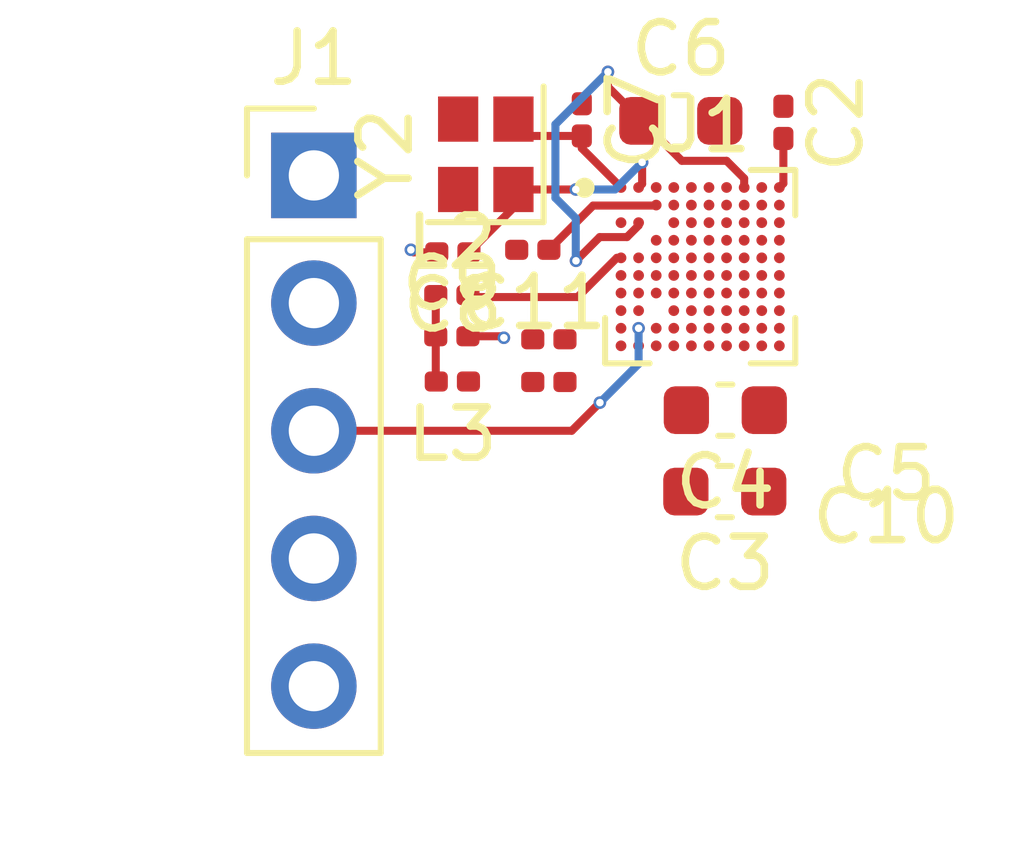
<source format=kicad_pcb>
(kicad_pcb (version 20240108) (generator "pcbnew") (generator_version "8.0")
  (layers (0 "F.Cu" signal) (31 "B.Cu" signal) (34 "B.Paste" user) (35 "F.Paste" user) (36 "B.SilkS" user "B.Silkscreen") (37 "F.SilkS" user "F.Silkscreen") (38 "B.Mask" user) (39 "F.Mask" user) (44 "Edge.Cuts" user))
  (net 0 "")
  (net 1 "Net-(U2-DEC1)")
  (net 2 "GND")
  (net 3 "VDD nRF")
  (net 4 "Net-(U2-DEC4)")
  (net 5 "Net-(U2-XC1)")
  (net 6 "Net-(U2-XC2)")
  (net 7 "Net-(C9-Pad1)")
  (net 8 "Net-(J1-Pin_2)")
  (net 9 "Net-(J1-Pin_3)")
  (net 10 "Net-(J1-Pin_1)")
  (net 11 "Net-(U2-ANT)")
  (net 12 "RF")
  (footprint "Capacitor_SMD:C_0603_1608Metric" (layer "F.Cu") (at 145.975 89.81 180)
    (property "Reference" "C3" (at 0 -1.43 360) (layer "F.SilkS"))
    (property "Value" "4.7uF")
    (fp_line (start -0.14058 0.51) (end 0.14058 0.51) (stroke (width 0.12)) (layer "F.SilkS"))
    (fp_line (start -0.14058 -0.51) (end 0.14058 -0.51) (stroke (width 0.12)) (layer "F.SilkS"))
    (pad "1" smd roundrect (at -0.775 0 180) (size 0.9 0.95) (layers "F.Cu" "F.Paste" "F.Mask") (net 3 "VDD nRF"))
    (pad "2" smd roundrect (at 0.775 0 180) (size 0.9 0.95) (layers "F.Cu" "F.Paste" "F.Mask") (net 2 "GND"))
  )
  (footprint "Capacitor_SMD:C_0201_0603Metric" (layer "F.Cu") (at 142.475 86.78 180)
    (property "Reference" "C10" (at -6.71 -3.53 180) (layer "F.SilkS"))
    (property "Value" "100nF")
    (pad "1" smd roundrect (at -0.32 0 180) (size 0.46 0.4) (layers "F.Cu" "F.Mask") (net 3 "VDD nRF"))
    (pad "2" smd roundrect (at 0.32 0 180) (size 0.46 0.4) (layers "F.Cu" "F.Mask") (net 2 "GND"))
  )
  (footprint "Capacitor_SMD:C_0201_0603Metric" (layer "F.Cu") (at 140.545 86.72)
    (property "Reference" "C9" (at 0 -1.05 0) (layer "F.SilkS"))
    (property "Value" "1.0pF")
    (pad "1" smd roundrect (at -0.32 0) (size 0.46 0.4) (layers "F.Cu" "F.Mask") (net 7 "Net-(C9-Pad1)"))
    (pad "2" smd roundrect (at 0.32 0) (size 0.46 0.4) (layers "F.Cu" "F.Mask") (net 2 "GND"))
  )
  (footprint "Crystal:Crystal_SMD_2016-4Pin_2.0x1.6mm" (layer "F.Cu") (at 141.22 83.1 90)
    (property "Reference" "Y2" (at 0 -2 90) (layer "F.SilkS"))
    (property "Value" "32MHz")
    (fp_line (start -1.35 -1.15) (end -1.35 1.15) (stroke (width 0.12)) (layer "F.SilkS"))
    (fp_line (start -1.35 1.15) (end 1.35 1.15) (stroke (width 0.12)) (layer "F.SilkS"))
    (pad "1" smd rect (at -0.7 0.55 90) (size 0.9 0.8) (layers "F.Cu" "F.Paste" "F.Mask") (net 6 "Net-(U2-XC2)"))
    (pad "2" smd rect (at 0.7 0.55 90) (size 0.9 0.8) (layers "F.Cu" "F.Paste" "F.Mask") (net 5 "Net-(U2-XC1)"))
    (pad "3" smd rect (at 0.7 -0.55 90) (size 0.9 0.8) (layers "F.Cu" "F.Paste" "F.Mask"))
    (pad "4" smd rect (at -0.7 -0.55 90) (size 0.9 0.8) (layers "F.Cu" "F.Paste" "F.Mask"))
  )
  (footprint "Capacitor_SMD:C_0201_0603Metric" (layer "F.Cu") (at 147.14 82.465 -90)
    (property "Reference" "C2" (at 0 -1.05 90) (layer "F.SilkS"))
    (property "Value" "100nF")
    (pad "1" smd roundrect (at -0.32 0 270) (size 0.46 0.4) (layers "F.Cu" "F.Mask") (net 2 "GND"))
    (pad "2" smd roundrect (at 0.32 0 270) (size 0.46 0.4) (layers "F.Cu" "F.Mask") (net 1 "Net-(U2-DEC1)"))
  )
  (footprint "Capacitor_SMD:C_0603_1608Metric" (layer "F.Cu") (at 145.985 88.19 180)
    (property "Reference" "C4" (at 0 -1.43 360) (layer "F.SilkS"))
    (property "Value" "1.0uF")
    (fp_line (start -0.14058 0.51) (end 0.14058 0.51) (stroke (width 0.12)) (layer "F.SilkS"))
    (fp_line (start -0.14058 -0.51) (end 0.14058 -0.51) (stroke (width 0.12)) (layer "F.SilkS"))
    (pad "1" smd roundrect (at -0.775 0 180) (size 0.9 0.95) (layers "F.Cu" "F.Paste" "F.Mask") (net 3 "VDD nRF"))
    (pad "2" smd roundrect (at 0.775 0 180) (size 0.9 0.95) (layers "F.Cu" "F.Paste" "F.Mask") (net 2 "GND"))
  )
  (footprint "Inductor_SMD:L_0201_0603Metric" (layer "F.Cu") (at 140.545 85.9)
    (property "Reference" "L2" (at 0 -1.05 0) (layer "F.SilkS"))
    (property "Value" "3.9nH")
    (pad "1" smd roundrect (at -0.32 0) (size 0.46 0.4) (layers "F.Cu" "F.Mask") (net 7 "Net-(C9-Pad1)"))
    (pad "2" smd roundrect (at 0.32 0) (size 0.46 0.4) (layers "F.Cu" "F.Mask") (net 11 "Net-(U2-ANT)"))
  )
  (footprint "Capacitor_SMD:C_0201_0603Metric" (layer "F.Cu") (at 142.155 85 180)
    (property "Reference" "C11" (at 0 -1.05 360) (layer "F.SilkS"))
    (property "Value" "100nF")
    (pad "1" smd roundrect (at -0.32 0 180) (size 0.46 0.4) (layers "F.Cu" "F.Mask") (net 3 "VDD nRF"))
    (pad "2" smd roundrect (at 0.32 0 180) (size 0.46 0.4) (layers "F.Cu" "F.Mask") (net 2 "GND"))
  )
  (footprint "Connector_PinHeader_2.54mm:PinHeader_1x05_P2.54mm_Vertical" (layer "F.Cu") (at 137.8 83.52)
    (property "Reference" "J1" (at 0 -2.33 0) (layer "F.SilkS"))
    (property "Value" "Conn_01x05_Pin")
    (fp_line (start -1.33 -1.33) (end 0 -1.33) (stroke (width 0.12)) (layer "F.SilkS"))
    (fp_line (start -1.33 0) (end -1.33 -1.33) (stroke (width 0.12)) (layer "F.SilkS"))
    (fp_line (start -1.33 1.27) (end -1.33 11.49) (stroke (width 0.12)) (layer "F.SilkS"))
    (fp_line (start -1.33 1.27) (end 1.33 1.27) (stroke (width 0.12)) (layer "F.SilkS"))
    (fp_line (start -1.33 11.49) (end 1.33 11.49) (stroke (width 0.12)) (layer "F.SilkS"))
    (fp_line (start 1.33 1.27) (end 1.33 11.49) (stroke (width 0.12)) (layer "F.SilkS"))
    (pad "1" thru_hole rect (at 0 0) (size 1.7 1.7) (drill 1) (layers "*.Cu" "*.Mask") (net 10 "Net-(J1-Pin_1)"))
    (pad "2" thru_hole oval (at 0 2.54) (size 1.7 1.7) (drill 1) (layers "*.Cu" "*.Mask") (net 8 "Net-(J1-Pin_2)"))
    (pad "3" thru_hole oval (at 0 5.08) (size 1.7 1.7) (drill 1) (layers "*.Cu" "*.Mask") (net 9 "Net-(J1-Pin_3)"))
    (pad "4" thru_hole oval (at 0 7.62) (size 1.7 1.7) (drill 1) (layers "*.Cu" "*.Mask") (net 3 "VDD nRF"))
    (pad "5" thru_hole oval (at 0 10.16) (size 1.7 1.7) (drill 1) (layers "*.Cu" "*.Mask") (net 2 "GND"))
  )
  (footprint "Capacitor_SMD:C_0201_0603Metric" (layer "F.Cu") (at 140.565 85.05 180)
    (property "Reference" "C8" (at 0 -1.05 360) (layer "F.SilkS"))
    (property "Value" "12pF")
    (pad "1" smd roundrect (at -0.32 0 180) (size 0.46 0.4) (layers "F.Cu" "F.Mask") (net 6 "Net-(U2-XC2)"))
    (pad "2" smd roundrect (at 0.32 0 180) (size 0.46 0.4) (layers "F.Cu" "F.Mask") (net 2 "GND"))
  )
  (footprint "Capacitor_SMD:C_0603_1608Metric" (layer "F.Cu") (at 145.1 82.435)
    (property "Reference" "C6" (at 0 -1.43 360) (layer "F.SilkS"))
    (property "Value" "1.0uF")
    (fp_line (start -0.14058 -0.51) (end 0.14058 -0.51) (stroke (width 0.12)) (layer "F.SilkS"))
    (fp_line (start -0.14058 0.51) (end 0.14058 0.51) (stroke (width 0.12)) (layer "F.SilkS"))
    (pad "1" smd roundrect (at -0.775 0) (size 0.9 0.95) (layers "F.Cu" "F.Paste" "F.Mask") (net 4 "Net-(U2-DEC4)"))
    (pad "2" smd roundrect (at 0.775 0) (size 0.9 0.95) (layers "F.Cu" "F.Paste" "F.Mask") (net 2 "GND"))
  )
  (footprint "nordic-lib-kicad-nrf52:BGA-94_10x10_3.544x3.607mm" (layer "F.Cu") (at 145.485 85.335)
    (property "Reference" "U1" (at 0 -2.8035 0) (layer "F.SilkS"))
    (property "Value" "nRF52840-CKXX")
    (fp_line (start -1.892 1.9235) (end -1.892 1.02175) (stroke (width 0.12)) (layer "F.SilkS"))
    (fp_line (start -1.006 1.9235) (end -1.892 1.9235) (stroke (width 0.12)) (layer "F.SilkS"))
    (fp_line (start 1.006 -1.9235) (end 1.892 -1.9235) (stroke (width 0.12)) (layer "F.SilkS"))
    (fp_line (start 1.006 1.9235) (end 1.892 1.9235) (stroke (width 0.12)) (layer "F.SilkS"))
    (fp_line (start 1.892 -1.9235) (end 1.892 -1.02175) (stroke (width 0.12)) (layer "F.SilkS"))
    (fp_line (start 1.892 1.9235) (end 1.892 1.02175) (stroke (width 0.12)) (layer "F.SilkS"))
    (fp_circle (center -2.3 -1.57) (end -2.3 -1.47) (stroke (width 0.2)) (fill none) (layer "F.SilkS"))
    (pad "A1" smd circle (at -1.575 -1.575) (size 0.214 0.214) (layers "F.Cu" "F.Paste" "F.Mask") (net 5 "Net-(U2-XC1)"))
    (pad "A2" smd circle (at -1.225 -1.575) (size 0.214 0.214) (layers "F.Cu" "F.Paste" "F.Mask") (net 6 "Net-(U2-XC2)"))
    (pad "A3" smd circle (at -0.875 -1.575) (size 0.214 0.214) (layers "F.Cu" "F.Paste" "F.Mask"))
    (pad "A4" smd circle (at -0.525 -1.575) (size 0.214 0.214) (layers "F.Cu" "F.Paste" "F.Mask"))
    (pad "A5" smd circle (at -0.175 -1.575) (size 0.214 0.214) (layers "F.Cu" "F.Paste" "F.Mask"))
    (pad "A6" smd circle (at 0.175 -1.575) (size 0.214 0.214) (layers "F.Cu" "F.Paste" "F.Mask"))
    (pad "A7" smd circle (at 0.525 -1.575) (size 0.214 0.214) (layers "F.Cu" "F.Paste" "F.Mask"))
    (pad "A8" smd circle (at 0.875 -1.575) (size 0.214 0.214) (layers "F.Cu" "F.Paste" "F.Mask") (net 4 "Net-(U2-DEC4)"))
    (pad "A9" smd circle (at 1.225 -1.575) (size 0.214 0.214) (layers "F.Cu" "F.Paste" "F.Mask"))
    (pad "A10" smd circle (at 1.575 -1.575) (size 0.214 0.214) (layers "F.Cu" "F.Paste" "F.Mask") (net 1 "Net-(U2-DEC1)"))
    (pad "B3" smd circle (at -0.875 -1.225) (size 0.214 0.214) (layers "F.Cu" "F.Paste" "F.Mask") (net 3 "VDD nRF"))
    (pad "B4" smd circle (at -0.525 -1.225) (size 0.214 0.214) (layers "F.Cu" "F.Paste" "F.Mask"))
    (pad "B5" smd circle (at -0.175 -1.225) (size 0.214 0.214) (layers "F.Cu" "F.Paste" "F.Mask"))
    (pad "B6" smd circle (at 0.175 -1.225) (size 0.214 0.214) (layers "F.Cu" "F.Paste" "F.Mask"))
    (pad "B7" smd circle (at 0.525 -1.225) (size 0.214 0.214) (layers "F.Cu" "F.Paste" "F.Mask") (net 2 "GND"))
    (pad "B8" smd circle (at 0.875 -1.225) (size 0.214 0.214) (layers "F.Cu" "F.Paste" "F.Mask") (net 3 "VDD nRF"))
    (pad "B9" smd circle (at 1.225 -1.225) (size 0.214 0.214) (layers "F.Cu" "F.Paste" "F.Mask"))
    (pad "B10" smd circle (at 1.575 -1.225) (size 0.214 0.214) (layers "F.Cu" "F.Paste" "F.Mask"))
    (pad "C1" smd circle (at -1.575 -0.875) (size 0.214 0.214) (layers "F.Cu" "F.Paste" "F.Mask") (net 2 "GND"))
    (pad "C2" smd circle (at -1.225 -0.875) (size 0.214 0.214) (layers "F.Cu" "F.Paste" "F.Mask") (net 4 "Net-(U2-DEC4)"))
    (pad "C4" smd circle (at -0.525 -0.875) (size 0.214 0.214) (layers "F.Cu" "F.Paste" "F.Mask") (net 2 "GND"))
    (pad "C5" smd circle (at -0.175 -0.875) (size 0.214 0.214) (layers "F.Cu" "F.Paste" "F.Mask"))
    (pad "C6" smd circle (at 0.175 -0.875) (size 0.214 0.214) (layers "F.Cu" "F.Paste" "F.Mask"))
    (pad "C7" smd circle (at 0.525 -0.875) (size 0.214 0.214) (layers "F.Cu" "F.Paste" "F.Mask"))
    (pad "C8" smd circle (at 0.875 -0.875) (size 0.214 0.214) (layers "F.Cu" "F.Paste" "F.Mask"))
    (pad "C9" smd circle (at 1.225 -0.875) (size 0.214 0.214) (layers "F.Cu" "F.Paste" "F.Mask"))
    (pad "C10" smd circle (at 1.575 -0.875) (size 0.214 0.214) (layers "F.Cu" "F.Paste" "F.Mask"))
    (pad "D3" smd circle (at -0.875 -0.525) (size 0.214 0.214) (layers "F.Cu" "F.Paste" "F.Mask") (net 2 "GND"))
    (pad "D4" smd circle (at -0.525 -0.525) (size 0.214 0.214) (layers "F.Cu" "F.Paste" "F.Mask") (net 2 "GND"))
    (pad "D5" smd circle (at -0.175 -0.525) (size 0.214 0.214) (layers "F.Cu" "F.Paste" "F.Mask") (net 2 "GND"))
    (pad "D6" smd circle (at 0.175 -0.525) (size 0.214 0.214) (layers "F.Cu" "F.Paste" "F.Mask") (net 2 "GND"))
    (pad "D7" smd circle (at 0.525 -0.525) (size 0.214 0.214) (layers "F.Cu" "F.Paste" "F.Mask") (net 2 "GND"))
    (pad "D8" smd circle (at 0.875 -0.525) (size 0.214 0.214) (layers "F.Cu" "F.Paste" "F.Mask") (net 2 "GND"))
    (pad "D9" smd circle (at 1.225 -0.525) (size 0.214 0.214) (layers "F.Cu" "F.Paste" "F.Mask"))
    (pad "D10" smd circle (at 1.575 -0.525) (size 0.214 0.214) (layers "F.Cu" "F.Paste" "F.Mask"))
    (pad "E1" smd circle (at -1.575 -0.175) (size 0.214 0.214) (layers "F.Cu" "F.Paste" "F.Mask") (net 11 "Net-(U2-ANT)"))
    (pad "E2" smd circle (at -1.225 -0.175) (size 0.214 0.214) (layers "F.Cu" "F.Paste" "F.Mask"))
    (pad "E3" smd circle (at -0.875 -0.175) (size 0.214 0.214) (layers "F.Cu" "F.Paste" "F.Mask"))
    (pad "E4" smd circle (at -0.525 -0.175) (size 0.214 0.214) (layers "F.Cu" "F.Paste" "F.Mask") (net 2 "GND"))
    (pad "E5" smd circle (at -0.175 -0.175) (size 0.214 0.214) (layers "F.Cu" "F.Paste" "F.Mask") (net 2 "GND"))
    (pad "E6" smd circle (at 0.175 -0.175) (size 0.214 0.214) (layers "F.Cu" "F.Paste" "F.Mask") (net 2 "GND"))
    (pad "E7" smd circle (at 0.525 -0.175) (size 0.214 0.214) (layers "F.Cu" "F.Paste" "F.Mask") (net 2 "GND"))
    (pad "E8" smd circle (at 0.875 -0.175) (size 0.214 0.214) (layers "F.Cu" "F.Paste" "F.Mask") (net 2 "GND"))
    (pad "E9" smd circle (at 1.225 -0.175) (size 0.214 0.214) (layers "F.Cu" "F.Paste" "F.Mask"))
    (pad "E10" smd circle (at 1.575 -0.175) (size 0.214 0.214) (layers "F.Cu" "F.Paste" "F.Mask"))
    (pad "F1" smd circle (at -1.575 0.175) (size 0.214 0.214) (layers "F.Cu" "F.Paste" "F.Mask"))
    (pad "F2" smd circle (at -1.225 0.175) (size 0.214 0.214) (layers "F.Cu" "F.Paste" "F.Mask"))
    (pad "F3" smd circle (at -0.875 0.175) (size 0.214 0.214) (layers "F.Cu" "F.Paste" "F.Mask"))
    (pad "F4" smd circle (at -0.525 0.175) (size 0.214 0.214) (layers "F.Cu" "F.Paste" "F.Mask") (net 2 "GND"))
    (pad "F5" smd circle (at -0.175 0.175) (size 0.214 0.214) (layers "F.Cu" "F.Paste" "F.Mask") (net 2 "GND"))
    (pad "F6" smd circle (at 0.175 0.175) (size 0.214 0.214) (layers "F.Cu" "F.Paste" "F.Mask") (net 2 "GND"))
    (pad "F7" smd circle (at 0.525 0.175) (size 0.214 0.214) (layers "F.Cu" "F.Paste" "F.Mask") (net 2 "GND"))
    (pad "F8" smd circle (at 0.875 0.175) (size 0.214 0.214) (layers "F.Cu" "F.Paste" "F.Mask") (net 2 "GND"))
    (pad "F9" smd circle (at 1.225 0.175) (size 0.214 0.214) (layers "F.Cu" "F.Paste" "F.Mask"))
    (pad "F10" smd circle (at 1.575 0.175) (size 0.214 0.214) (layers "F.Cu" "F.Paste" "F.Mask"))
    (pad "G1" smd circle (at -1.575 0.525) (size 0.214 0.214) (layers "F.Cu" "F.Paste" "F.Mask"))
    (pad "G2" smd circle (at -1.225 0.525) (size 0.214 0.214) (layers "F.Cu" "F.Paste" "F.Mask"))
    (pad "G3" smd circle (at -0.875 0.525) (size 0.214 0.214) (layers "F.Cu" "F.Paste" "F.Mask"))
    (pad "G4" smd circle (at -0.525 0.525) (size 0.214 0.214) (layers "F.Cu" "F.Paste" "F.Mask") (net 2 "GND"))
    (pad "G5" smd circle (at -0.175 0.525) (size 0.214 0.214) (layers "F.Cu" "F.Paste" "F.Mask") (net 2 "GND"))
    (pad "G6" smd circle (at 0.175 0.525) (size 0.214 0.214) (layers "F.Cu" "F.Paste" "F.Mask") (net 2 "GND"))
    (pad "G7" smd circle (at 0.525 0.525) (size 0.214 0.214) (layers "F.Cu" "F.Paste" "F.Mask") (net 2 "GND"))
    (pad "G8" smd circle (at 0.875 0.525) (size 0.214 0.214) (layers "F.Cu" "F.Paste" "F.Mask") (net 2 "GND"))
    (pad "G9" smd circle (at 1.225 0.525) (size 0.214 0.214) (layers "F.Cu" "F.Paste" "F.Mask"))
    (pad "G10" smd circle (at 1.575 0.525) (size 0.214 0.214) (layers "F.Cu" "F.Paste" "F.Mask"))
    (pad "H1" smd circle (at -1.575 0.875) (size 0.214 0.214) (layers "F.Cu" "F.Paste" "F.Mask"))
    (pad "H2" smd circle (at -1.225 0.875) (size 0.214 0.214) (layers "F.Cu" "F.Paste" "F.Mask") (net 8 "Net-(J1-Pin_2)"))
    (pad "H4" smd circle (at -0.525 0.875) (size 0.214 0.214) (layers "F.Cu" "F.Paste" "F.Mask"))
    (pad "H5" smd circle (at -0.175 0.875) (size 0.214 0.214) (layers "F.Cu" "F.Paste" "F.Mask"))
    (pad "H6" smd circle (at 0.175 0.875) (size 0.214 0.214) (layers "F.Cu" "F.Paste" "F.Mask"))
    (pad "H7" smd circle (at 0.525 0.875) (size 0.214 0.214) (layers "F.Cu" "F.Paste" "F.Mask"))
    (pad "H8" smd circle (at 0.875 0.875) (size 0.214 0.214) (layers "F.Cu" "F.Paste" "F.Mask"))
    (pad "H9" smd circle (at 1.225 0.875) (size 0.214 0.214) (layers "F.Cu" "F.Paste" "F.Mask"))
    (pad "H10" smd circle (at 1.575 0.875) (size 0.214 0.214) (layers "F.Cu" "F.Paste" "F.Mask") (net 3 "VDD nRF"))
    (pad "J1" smd circle (at -1.575 1.225) (size 0.214 0.214) (layers "F.Cu" "F.Paste" "F.Mask"))
    (pad "J2" smd circle (at -1.225 1.225) (size 0.214 0.214) (layers "F.Cu" "F.Paste" "F.Mask") (net 9 "Net-(J1-Pin_3)"))
    (pad "J3" smd circle (at -0.875 1.225) (size 0.214 0.214) (layers "F.Cu" "F.Paste" "F.Mask"))
    (pad "J4" smd circle (at -0.525 1.225) (size 0.214 0.214) (layers "F.Cu" "F.Paste" "F.Mask"))
    (pad "J5" smd circle (at -0.175 1.225) (size 0.214 0.214) (layers "F.Cu" "F.Paste" "F.Mask"))
    (pad "J6" smd circle (at 0.175 1.225) (size 0.214 0.214) (layers "F.Cu" "F.Paste" "F.Mask"))
    (pad "J7" smd circle (at 0.525 1.225) (size 0.214 0.214) (layers "F.Cu" "F.Paste" "F.Mask"))
    (pad "J8" smd circle (at 0.875 1.225) (size 0.214 0.214) (layers "F.Cu" "F.Paste" "F.Mask"))
    (pad "J9" smd circle (at 1.225 1.225) (size 0.214 0.214) (layers "F.Cu" "F.Paste" "F.Mask") (net 2 "GND"))
    (pad "J10" smd circle (at 1.575 1.225) (size 0.214 0.214) (layers "F.Cu" "F.Paste" "F.Mask") (net 3 "VDD nRF"))
    (pad "K1" smd circle (at -1.575 1.575) (size 0.214 0.214) (layers "F.Cu" "F.Paste" "F.Mask") (net 3 "VDD nRF"))
    (pad "K2" smd circle (at -1.225 1.575) (size 0.214 0.214) (layers "F.Cu" "F.Paste" "F.Mask"))
    (pad "K3" smd circle (at -0.875 1.575) (size 0.214 0.214) (layers "F.Cu" "F.Paste" "F.Mask"))
    (pad "K4" smd circle (at -0.525 1.575) (size 0.214 0.214) (layers "F.Cu" "F.Paste" "F.Mask"))
    (pad "K5" smd circle (at -0.175 1.575) (size 0.214 0.214) (layers "F.Cu" "F.Paste" "F.Mask") (net 3 "VDD nRF"))
    (pad "K6" smd circle (at 0.175 1.575) (size 0.214 0.214) (layers "F.Cu" "F.Paste" "F.Mask") (net 10 "Net-(J1-Pin_1)"))
    (pad "K7" smd circle (at 0.525 1.575) (size 0.214 0.214) (layers "F.Cu" "F.Paste" "F.Mask"))
    (pad "K8" smd circle (at 0.875 1.575) (size 0.214 0.214) (layers "F.Cu" "F.Paste" "F.Mask"))
    (pad "K9" smd circle (at 1.225 1.575) (size 0.214 0.214) (layers "F.Cu" "F.Paste" "F.Mask"))
    (pad "K10" smd circle (at 1.575 1.575) (size 0.214 0.214) (layers "F.Cu" "F.Paste" "F.Mask") (net 2 "GND"))
  )
  (footprint "Inductor_SMD:L_0201_0603Metric" (layer "F.Cu") (at 140.555 87.62 180)
    (property "Reference" "L3" (at 0 -1.05 360) (layer "F.SilkS"))
    (property "Value" "4.7nH")
    (pad "1" smd roundrect (at -0.32 0 180) (size 0.46 0.4) (layers "F.Cu" "F.Mask") (net 12 "RF"))
    (pad "2" smd roundrect (at 0.32 0 180) (size 0.46 0.4) (layers "F.Cu" "F.Mask") (net 7 "Net-(C9-Pad1)"))
  )
  (footprint "Capacitor_SMD:C_0201_0603Metric" (layer "F.Cu") (at 142.475 87.63 180)
    (property "Reference" "C5" (at -6.71 -1.83 180) (layer "F.SilkS"))
    (property "Value" "100nF")
    (pad "1" smd roundrect (at -0.32 0 180) (size 0.46 0.4) (layers "F.Cu" "F.Mask") (net 3 "VDD nRF"))
    (pad "2" smd roundrect (at 0.32 0 180) (size 0.46 0.4) (layers "F.Cu" "F.Mask") (net 2 "GND"))
  )
  (footprint "Capacitor_SMD:C_0201_0603Metric" (layer "F.Cu") (at 143.13 82.415 -90)
    (property "Reference" "C7" (at 0 -1.05 90) (layer "F.SilkS"))
    (property "Value" "12pF")
    (pad "1" smd roundrect (at -0.32 0 270) (size 0.46 0.4) (layers "F.Cu" "F.Mask") (net 2 "GND"))
    (pad "2" smd roundrect (at 0.32 0 270) (size 0.46 0.4) (layers "F.Cu" "F.Mask") (net 5 "Net-(U2-XC1)"))
  )
  (segment (start 147.14 82.785) (end 147.14 83.68) (width 0.16) (layer "F.Cu") (net 1))
  (segment (start 147.14 83.68) (end 147.06 83.76) (width 0.16) (layer "F.Cu") (net 1))
  (segment (start 140.865 86.72) (end 141.55 86.72) (width 0.16) (layer "F.Cu") (net 2))
  (segment (start 141.55 86.72) (end 141.58 86.75) (width 0.16) (layer "F.Cu") (net 2))
  (segment (start 140.245 85.05) (end 139.78 85.05) (width 0.16) (layer "F.Cu") (net 2))
  (segment (start 139.78 85.05) (end 139.73 85) (width 0.16) (layer "F.Cu") (net 2))
  (via (at 139.73 85) (size 0.25) (drill 0.15) (layers "F.Cu" "B.Cu") (net 2))
  (via (at 141.58 86.75) (size 0.25) (drill 0.15) (layers "F.Cu" "B.Cu") (net 2))
  (segment (start 144.61 84.11) (end 144.6 84.12) (width 0.16) (layer "F.Cu") (net 3))
  (segment (start 143.355 84.12) (end 142.475 85) (width 0.16) (layer "F.Cu") (net 3))
  (segment (start 144.6 84.12) (end 143.355 84.12) (width 0.16) (layer "F.Cu") (net 3))
  (segment (start 143.65 81.76) (end 143.65 81.46) (width 0.16) (layer "F.Cu") (net 4))
  (segment (start 144.26 84.51588) (end 144.26 84.48) (width 0.16) (layer "F.Cu") (net 4))
  (segment (start 146.01 83.23) (end 146.36 83.58) (width 0.16) (layer "F.Cu") (net 4))
  (segment (start 145.12 83.23) (end 146.01 83.23) (width 0.16) (layer "F.Cu") (net 4))
  (segment (start 143.486057 84.747) (end 143.014253 85.218804) (width 0.16) (layer "F.Cu") (net 4))
  (segment (start 144.325 82.435) (end 145.12 83.23) (width 0.16) (layer "F.Cu") (net 4))
  (segment (start 144.02888 84.747) (end 144.26 84.51588) (width 0.16) (layer "F.Cu") (net 4))
  (segment (start 144.325 82.435) (end 143.65 81.76) (width 0.16) (layer "F.Cu") (net 4))
  (segment (start 143.486057 84.747) (end 144.02888 84.747) (width 0.16) (layer "F.Cu") (net 4))
  (segment (start 146.36 83.58) (end 146.36 83.76) (width 0.16) (layer "F.Cu") (net 4))
  (via (at 143.65 81.46) (size 0.25) (drill 0.15) (layers "F.Cu" "B.Cu") (net 4))
  (via (at 143.014253 85.218804) (size 0.25) (drill 0.15) (layers "F.Cu" "B.Cu") (net 4))
  (segment (start 142.605 83.967757) (end 142.605 82.505) (width 0.16) (layer "B.Cu") (net 4))
  (segment (start 143.01 85.214551) (end 143.01 84.372757) (width 0.16) (layer "B.Cu") (net 4))
  (segment (start 143.014253 85.218804) (end 143.01 85.214551) (width 0.16) (layer "B.Cu") (net 4))
  (segment (start 143.01 84.372757) (end 142.605 83.967757) (width 0.16) (layer "B.Cu") (net 4))
  (segment (start 142.605 82.505) (end 143.65 81.46) (width 0.16) (layer "B.Cu") (net 4))
  (segment (start 143.13 82.98) (end 143.87 83.72) (width 0.16) (layer "F.Cu") (net 5))
  (segment (start 142.105 82.735) (end 141.77 82.4) (width 0.16) (layer "F.Cu") (net 5))
  (segment (start 143.13 82.735) (end 143.13 82.98) (width 0.16) (layer "F.Cu") (net 5))
  (segment (start 143.13 82.735) (end 142.105 82.735) (width 0.16) (layer "F.Cu") (net 5))
  (segment (start 144.33 83.69) (end 144.26 83.76) (width 0.16) (layer "F.Cu") (net 6))
  (segment (start 140.885 85.05) (end 141.77 84.165) (width 0.16) (layer "F.Cu") (net 6))
  (segment (start 141.77 83.8) (end 143.01 83.8) (width 0.16) (layer "F.Cu") (net 6))
  (segment (start 144.33 83.26) (end 144.33 83.69) (width 0.16) (layer "F.Cu") (net 6))
  (segment (start 142.05 84.08) (end 141.77 83.8) (width 0.16) (layer "F.Cu") (net 6))
  (segment (start 141.77 84.165) (end 141.77 83.8) (width 0.16) (layer "F.Cu") (net 6))
  (via (at 143.01 83.8) (size 0.25) (drill 0.15) (layers "F.Cu" "B.Cu") (net 6))
  (via (at 144.33 83.26) (size 0.25) (drill 0.15) (layers "F.Cu" "B.Cu") (net 6))
  (segment (start 143.01 83.8) (end 143.79 83.8) (width 0.16) (layer "B.Cu") (net 6))
  (segment (start 143.79 83.8) (end 144.33 83.26) (width 0.16) (layer "B.Cu") (net 6))
  (segment (start 140.225 87.61) (end 140.235 87.62) (width 0.16) (layer "F.Cu") (net 7))
  (segment (start 140.225 86.72) (end 140.225 87.61) (width 0.16) (layer "F.Cu") (net 7))
  (segment (start 140.225 85.9) (end 140.225 86.72) (width 0.16) (layer "F.Cu") (net 7))
  (segment (start 142.93 88.6) (end 137.8 88.6) (width 0.16) (layer "F.Cu") (net 9))
  (segment (start 143.49 88.04) (end 142.93 88.6) (width 0.16) (layer "F.Cu") (net 9))
  (via (at 144.26 86.56) (size 0.25) (drill 0.15) (layers "F.Cu" "B.Cu") (net 9))
  (via (at 143.49 88.04) (size 0.25) (drill 0.15) (layers "F.Cu" "B.Cu") (net 9))
  (segment (start 144.26 86.56) (end 144.26 87.27) (width 0.16) (layer "B.Cu") (net 9))
  (segment (start 144.26 87.27) (end 143.49 88.04) (width 0.16) (layer "B.Cu") (net 9))
  (segment (start 143.826764 85.16) (end 143.91 85.16) (width 0.16) (layer "F.Cu") (net 11))
  (segment (start 140.865 85.9) (end 140.905 85.94) (width 0.16) (layer "F.Cu") (net 11))
  (segment (start 140.905 85.94) (end 143.046764 85.94) (width 0.16) (layer "F.Cu") (net 11))
  (segment (start 143.046764 85.94) (end 143.826764 85.16) (width 0.16) (layer "F.Cu") (net 11))
)
</source>
